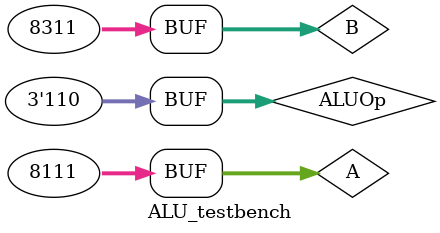
<source format=v>
module ALU_testbench();
reg [31:0] A, B;
reg [2:0] ALUOp;
wire [31:0] result;
wire equal;

ALU g0(result, equal, A, B, ALUOp);

initial begin

A = 32'd9999;
B = 32'd8111;

ALUOp = 3'b000;
#20;

ALUOp = 3'b001;
#20;

ALUOp = 3'b010;
#20;

ALUOp = 3'b011;
#20;

ALUOp = 3'b100;
#20;

ALUOp = 3'b101;
#20;

ALUOp = 3'b110;
#20;

A = 32'd8111;
B = 32'd8111;
#20;

A = 32'd8111;
B = 32'd8311;
#20;

end

endmodule

</source>
